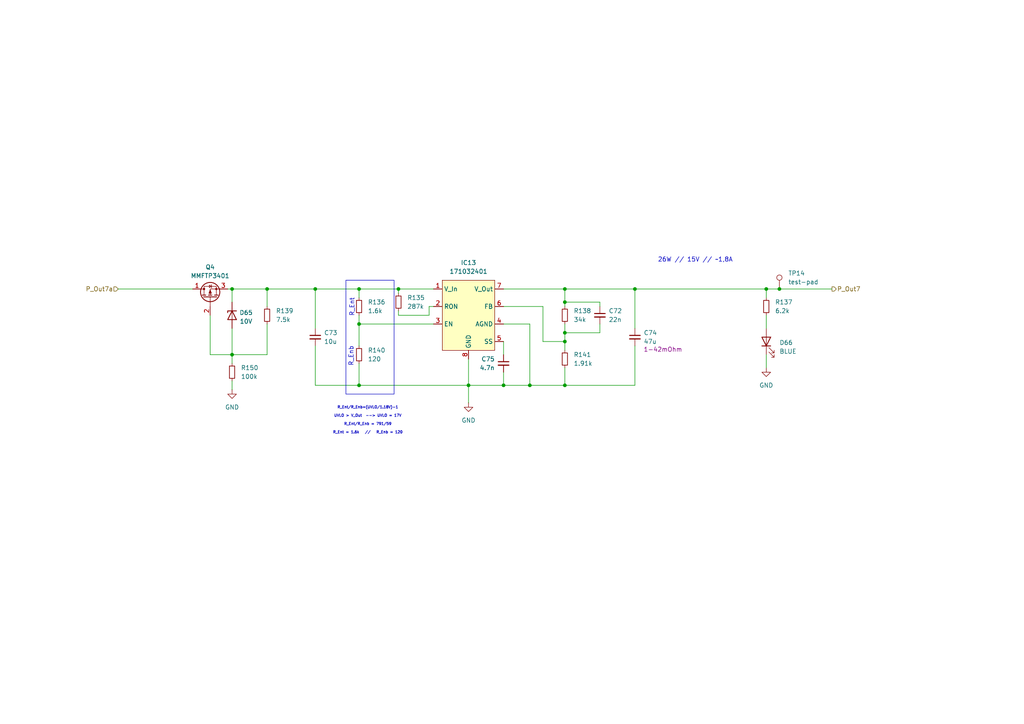
<source format=kicad_sch>
(kicad_sch (version 20231120) (generator "eeschema") (generator_version "8.0")
  (paper "A4")
  (title_block (title "PDU FT25") (date "2025-01-15") (rev "V1.2") (company "Janek Herm") (comment 1 "FaSTTUBe Electronics"))
  (lib_symbols
    (symbol "Connector:TestPoint" (pin_numbers hide) (pin_names (offset 0.762) hide)
      (property "Reference" "TP" (at 0 6.858 0))
      (property "Value" "TestPoint" (at 0 5.08 0))
      (symbol "TestPoint_0_1"
        (circle (center 0 3.302) (radius 0.762))
      )
      (symbol "TestPoint_1_1"
        (pin passive line (at 0 0 90) (length 2.54) (name "1") (number "1"))
      )
    )
    (symbol "Device:C_Small" (pin_numbers hide) (pin_names (offset 0.254) hide)
      (property "Reference" "C" (at 0.254 1.778 0))
      (property "Value" "C_Small" (at 0.254 -2.032 0))
      (symbol "C_Small_0_1"
        (polyline (pts (xy -1.524 -0.508) (xy 1.524 -0.508)) (stroke (width 0.3302)))
        (polyline (pts (xy -1.524 0.508) (xy 1.524 0.508)) (stroke (width 0.3048)))
      )
      (symbol "C_Small_1_1"
        (pin passive line (at 0 2.54 270) (length 2.032) (name "~") (number "1"))
        (pin passive line (at 0 -2.54 90) (length 2.032) (name "~") (number "2"))
      )
    )
    (symbol "Device:D_Zener" (pin_numbers hide) (pin_names (offset 1.016) hide)
      (property "Reference" "D" (at 0 2.54 0))
      (property "Value" "D_Zener" (at 0 -2.54 0))
      (symbol "D_Zener_0_1"
        (polyline (pts (xy 1.27 0) (xy -1.27 0)))
        (polyline (pts (xy -1.27 -1.27) (xy -1.27 1.27) (xy -0.762 1.27)) (stroke (width 0.254)))
        (polyline (pts (xy 1.27 -1.27) (xy 1.27 1.27) (xy -1.27 0) (xy 1.27 -1.27)) (stroke (width 0.254)))
      )
      (symbol "D_Zener_1_1"
        (pin passive line (at -3.81 0 0) (length 2.54) (name "K") (number "1"))
        (pin passive line (at 3.81 0 180) (length 2.54) (name "A") (number "2"))
      )
    )
    (symbol "Device:LED" (pin_numbers hide) (pin_names (offset 1.016) hide)
      (property "Reference" "D" (at 0 2.54 0))
      (property "Value" "LED" (at 0 -2.54 0))
      (symbol "LED_0_1"
        (polyline (pts (xy -1.27 -1.27) (xy -1.27 1.27)) (stroke (width 0.254)))
        (polyline (pts (xy -1.27 0) (xy 1.27 0)))
        (polyline (pts (xy 1.27 -1.27) (xy 1.27 1.27) (xy -1.27 0) (xy 1.27 -1.27)) (stroke (width 0.254)))
        (polyline (pts (xy -3.048 -0.762) (xy -4.572 -2.286) (xy -3.81 -2.286) (xy -4.572 -2.286) (xy -4.572 -1.524)))
        (polyline (pts (xy -1.778 -0.762) (xy -3.302 -2.286) (xy -2.54 -2.286) (xy -3.302 -2.286) (xy -3.302 -1.524)))
      )
      (symbol "LED_1_1"
        (pin passive line (at -3.81 0 0) (length 2.54) (name "K") (number "1"))
        (pin passive line (at 3.81 0 180) (length 2.54) (name "A") (number "2"))
      )
    )
    (symbol "Device:Q_PMOS_DGS" (pin_names (offset 0) hide)
      (property "Reference" "Q" (at 5.08 1.27 0))
      (property "Value" "Q_PMOS_DGS" (at 5.08 -1.27 0))
      (symbol "Q_PMOS_DGS_0_1"
        (polyline (pts (xy 0.254 0) (xy -2.54 0)))
        (polyline (pts (xy 0.254 1.905) (xy 0.254 -1.905)) (stroke (width 0.254)))
        (polyline (pts (xy 0.762 -1.27) (xy 0.762 -2.286)) (stroke (width 0.254)))
        (polyline (pts (xy 0.762 0.508) (xy 0.762 -0.508)) (stroke (width 0.254)))
        (polyline (pts (xy 0.762 2.286) (xy 0.762 1.27)) (stroke (width 0.254)))
        (polyline (pts (xy 2.54 2.54) (xy 2.54 1.778)))
        (polyline (pts (xy 2.54 -2.54) (xy 2.54 0) (xy 0.762 0)))
        (polyline (pts (xy 0.762 1.778) (xy 3.302 1.778) (xy 3.302 -1.778) (xy 0.762 -1.778)))
        (polyline (pts (xy 2.286 0) (xy 1.27 0.381) (xy 1.27 -0.381) (xy 2.286 0)) (fill (type outline)))
        (polyline (pts (xy 2.794 -0.508) (xy 2.921 -0.381) (xy 3.683 -0.381) (xy 3.81 -0.254)))
        (polyline (pts (xy 3.302 -0.381) (xy 2.921 0.254) (xy 3.683 0.254) (xy 3.302 -0.381)))
        (circle (center 1.651 0) (radius 2.794) (stroke (width 0.254)))
        (circle (center 2.54 -1.778) (radius 0.254) (fill (type outline)))
        (circle (center 2.54 1.778) (radius 0.254) (fill (type outline)))
      )
      (symbol "Q_PMOS_DGS_1_1"
        (pin passive line (at 2.54 5.08 270) (length 2.54) (name "D") (number "1"))
        (pin input line (at -5.08 0 0) (length 2.54) (name "G") (number "2"))
        (pin passive line (at 2.54 -5.08 90) (length 2.54) (name "S") (number "3"))
      )
    )
    (symbol "Device:R_Small" (pin_numbers hide) (pin_names (offset 0.254) hide)
      (property "Reference" "R" (at 0.762 0.508 0))
      (property "Value" "R_Small" (at 0.762 -1.016 0))
      (symbol "R_Small_0_1"
        (rectangle (start -0.762 1.778) (end 0.762 -1.778) (stroke (width 0.2032)))
      )
      (symbol "R_Small_1_1"
        (pin passive line (at 0 2.54 270) (length 0.762) (name "~") (number "1"))
        (pin passive line (at 0 -2.54 90) (length 0.762) (name "~") (number "2"))
      )
    )
    (symbol "FaSTTUBe_Voltage_Regulators:171032401"
      (property "Reference" "IC" (at 0.254 8.636 0))
      (property "Value" "171032401" (at 0.508 6.604 0))
      (symbol "171032401_1_1"
        (rectangle (start -7.62 5.08) (end 7.62 -15.24) (fill (type background)))
        (pin passive line (at -10.16 2.54 0) (length 2.54) (name "V_In") (number "1"))
        (pin passive line (at -10.16 -2.54 0) (length 2.54) (name "RON") (number "2"))
        (pin passive line (at -10.16 -7.62 0) (length 2.54) (name "EN") (number "3"))
        (pin power_in line (at 10.16 -7.62 180) (length 2.54) (name "AGND") (number "4"))
        (pin passive line (at 10.16 -12.7 180) (length 2.54) (name "SS") (number "5"))
        (pin passive line (at 10.16 -2.54 180) (length 2.54) (name "FB") (number "6"))
        (pin power_out line (at 10.16 2.54 180) (length 2.54) (name "V_Out") (number "7"))
        (pin power_in line (at 0 -17.78 90) (length 2.54) (name "GND") (number "8"))
      )
    )
    (symbol "power:GND" (power) (pin_numbers hide) (pin_names (offset 0) hide)
      (property "Value" "GND" (at 0 -3.81 0))
      (symbol "GND_0_1"
        (polyline (pts (xy 0 0) (xy 0 -1.27) (xy 1.27 -1.27) (xy 0 -2.54) (xy -1.27 -1.27) (xy 0 -1.27)))
      )
      (symbol "GND_1_1"
        (pin power_in line (at 0 0 270) (length 0) (name "~") (number "1"))
      )
    )
  )
  (junction (at 184.15 83.82))
  (junction (at 163.83 111.76))
  (junction (at 163.83 87.63))
  (junction (at 222.25 83.82))
  (junction (at 104.14 111.76))
  (junction (at 67.31 102.87))
  (junction (at 163.83 83.82))
  (junction (at 77.47 83.82))
  (junction (at 153.67 111.76))
  (junction (at 115.57 83.82))
  (junction (at 163.83 96.52))
  (junction (at 104.14 93.98))
  (junction (at 163.83 99.06))
  (junction (at 226.06 83.82))
  (junction (at 91.44 83.82))
  (junction (at 135.89 111.76))
  (junction (at 104.14 83.82))
  (junction (at 67.31 83.82))
  (junction (at 146.05 111.76))
  (wire (pts (xy 104.14 83.82) (xy 104.14 86.36)))
  (wire (pts (xy 146.05 88.9) (xy 157.48 88.9)))
  (wire (pts (xy 222.25 102.87) (xy 222.25 106.68)))
  (wire (pts (xy 77.47 83.82) (xy 77.47 88.9)))
  (wire (pts (xy 67.31 110.49) (xy 67.31 113.03)))
  (wire (pts (xy 104.14 93.98) (xy 125.73 93.98)))
  (wire (pts (xy 163.83 106.68) (xy 163.83 111.76)))
  (wire (pts (xy 146.05 111.76) (xy 135.89 111.76)))
  (wire (pts (xy 124.46 91.44) (xy 124.46 88.9)))
  (wire (pts (xy 184.15 100.33) (xy 184.15 111.76)))
  (wire (pts (xy 163.83 99.06) (xy 163.83 101.6)))
  (wire (pts (xy 91.44 111.76) (xy 104.14 111.76)))
  (wire (pts (xy 153.67 111.76) (xy 163.83 111.76)))
  (wire (pts (xy 115.57 91.44) (xy 124.46 91.44)))
  (wire (pts (xy 146.05 93.98) (xy 153.67 93.98)))
  (wire (pts (xy 104.14 111.76) (xy 135.89 111.76)))
  (wire (pts (xy 163.83 83.82) (xy 184.15 83.82)))
  (wire (pts (xy 153.67 93.98) (xy 153.67 111.76)))
  (wire (pts (xy 157.48 99.06) (xy 163.83 99.06)))
  (wire (pts (xy 163.83 96.52) (xy 163.83 99.06)))
  (wire (pts (xy 146.05 111.76) (xy 153.67 111.76)))
  (wire (pts (xy 222.25 83.82) (xy 226.06 83.82)))
  (wire (pts (xy 163.83 87.63) (xy 173.99 87.63)))
  (wire (pts (xy 222.25 91.44) (xy 222.25 95.25)))
  (wire (pts (xy 77.47 93.98) (xy 77.47 102.87)))
  (wire (pts (xy 67.31 102.87) (xy 67.31 105.41)))
  (wire (pts (xy 115.57 83.82) (xy 125.73 83.82)))
  (wire (pts (xy 135.89 111.76) (xy 135.89 116.84)))
  (wire (pts (xy 226.06 83.82) (xy 241.3 83.82)))
  (wire (pts (xy 66.04 83.82) (xy 67.31 83.82)))
  (wire (pts (xy 124.46 88.9) (xy 125.73 88.9)))
  (wire (pts (xy 146.05 99.06) (xy 146.05 102.87)))
  (wire (pts (xy 173.99 96.52) (xy 163.83 96.52)))
  (wire (pts (xy 34.29 83.82) (xy 55.88 83.82)))
  (wire (pts (xy 67.31 83.82) (xy 67.31 87.63)))
  (wire (pts (xy 146.05 107.95) (xy 146.05 111.76)))
  (wire (pts (xy 163.83 87.63) (xy 163.83 88.9)))
  (wire (pts (xy 104.14 105.41) (xy 104.14 111.76)))
  (wire (pts (xy 77.47 83.82) (xy 91.44 83.82)))
  (wire (pts (xy 104.14 91.44) (xy 104.14 93.98)))
  (wire (pts (xy 67.31 83.82) (xy 77.47 83.82)))
  (wire (pts (xy 67.31 95.25) (xy 67.31 102.87)))
  (wire (pts (xy 115.57 83.82) (xy 115.57 85.09)))
  (wire (pts (xy 222.25 83.82) (xy 222.25 86.36)))
  (wire (pts (xy 184.15 83.82) (xy 222.25 83.82)))
  (wire (pts (xy 104.14 83.82) (xy 115.57 83.82)))
  (wire (pts (xy 163.83 93.98) (xy 163.83 96.52)))
  (wire (pts (xy 163.83 111.76) (xy 184.15 111.76)))
  (wire (pts (xy 173.99 93.98) (xy 173.99 96.52)))
  (wire (pts (xy 60.96 102.87) (xy 67.31 102.87)))
  (wire (pts (xy 173.99 87.63) (xy 173.99 88.9)))
  (wire (pts (xy 91.44 83.82) (xy 104.14 83.82)))
  (wire (pts (xy 135.89 104.14) (xy 135.89 111.76)))
  (wire (pts (xy 184.15 83.82) (xy 184.15 95.25)))
  (wire (pts (xy 115.57 91.44) (xy 115.57 90.17)))
  (wire (pts (xy 60.96 91.44) (xy 60.96 102.87)))
  (wire (pts (xy 91.44 100.33) (xy 91.44 111.76)))
  (wire (pts (xy 104.14 93.98) (xy 104.14 100.33)))
  (wire (pts (xy 91.44 83.82) (xy 91.44 95.25)))
  (wire (pts (xy 157.48 88.9) (xy 157.48 99.06)))
  (wire (pts (xy 163.83 83.82) (xy 163.83 87.63)))
  (wire (pts (xy 146.05 83.82) (xy 163.83 83.82)))
  (wire (pts (xy 77.47 102.87) (xy 67.31 102.87)))
  (rectangle (start 100.33 81.28) (end 114.3 114.3))
  (text "R_Ent" (at 102.108 89.154 90) (effects (font (size 1.27 1.27))))
  (text "R_Ent/R_Enb=(UVLO/1.18V)-1\n\nUVLO > V_Out  --> UVLO = 17V\n\nR_Ent/R_Enb = 791/59\n\nR_Ent = 1.6k   //   R_Enb = 120" (at 106.68 117.856 0) (effects (font (size 0.75 0.75)) (justify top)))
  (text "26W // 15V // ~1,8A" (at 201.676 75.438 0) (effects (font (size 1.27 1.27))))
  (text "R_Enb" (at 101.854 103.378 90) (effects (font (size 1.27 1.27))))
  (hierarchical_label "P_Out7" (shape output) (at 241.3 83.82 0))
  (hierarchical_label "P_Out7a" (shape input) (at 34.29 83.82 180))
  (symbol (lib_id "Device:R_Small") (at 163.83 104.14 0) (unit 1)
    (property "Reference" "R141" (at 166.37 102.8699 0) (effects (justify left)))
    (property "Value" "1.91k" (at 166.37 105.4099 0) (effects (justify left)))
    (property "Footprint" "Resistor_SMD:R_0805_2012Metric" (effects (hide yes)))
    (property "Description" "Resistor, small symbol" (effects (hide yes)))
  )
  (symbol (lib_id "FaSTTUBe_Voltage_Regulators:171032401") (at 135.89 86.36 0) (unit 1)
    (property "Reference" "IC13" (at 135.89 76.2 0))
    (property "Value" "171032401" (at 135.89 78.74 0))
    (property "Footprint" "171032401:171032401" (effects (hide yes)))
    (property "Datasheet" "https://www.we-online.com/components/products/datasheet/171032401.pdf" (effects (hide yes)))
  )
  (symbol (lib_id "Device:C_Small") (at 91.44 97.79 0) (unit 1)
    (property "Reference" "C73" (at 93.98 96.5262 0) (effects (justify left)))
    (property "Value" "10u" (at 93.98 99.0662 0) (effects (justify left)))
    (property "Footprint" "Capacitor_SMD:C_1206_3216Metric" (effects (hide yes)))
    (property "Description" "Unpolarized capacitor, small symbol" (effects (hide yes)))
  )
  (symbol (lib_id "Device:R_Small") (at 77.47 91.44 0) (unit 1)
    (property "Reference" "R139" (at 80.01 90.1699 0) (effects (justify left)))
    (property "Value" "7.5k" (at 80.01 92.7099 0) (effects (justify left)))
    (property "Footprint" "Resistor_SMD:R_0603_1608Metric" (effects (hide yes)))
    (property "Description" "Resistor, small symbol" (effects (hide yes)))
  )
  (symbol (lib_id "power:GND") (at 222.25 106.68 0) (unit 1)
    (property "Reference" "#PWR0192" (effects (hide yes)))
    (property "Value" "GND" (at 222.25 111.76 0))
    (property "Description" "Power symbol creates a global label with name \"GND\" , ground" (effects (hide yes)))
  )
  (symbol (lib_id "Device:LED") (at 222.25 99.06 90) (unit 1)
    (property "Reference" "D66" (at 226.06 99.3774 90) (effects (justify right)))
    (property "Value" "BLUE" (at 226.06 101.9174 90) (effects (justify right)))
    (property "Footprint" "LED_SMD:LED_0603_1608Metric" (effects (hide yes)))
    (property "Datasheet" "https://www.we-online.com/components/products/datasheet/150060BS75000.pdf" (effects (hide yes)))
    (property "Description" "Light emitting diode" (effects (hide yes)))
    (property "MPR" "150060BS75000" (effects (hide yes)))
  )
  (symbol (lib_id "power:GND") (at 135.89 116.84 0) (unit 1)
    (property "Reference" "#PWR0194" (effects (hide yes)))
    (property "Value" "GND" (at 135.89 121.92 0))
    (property "Description" "Power symbol creates a global label with name \"GND\" , ground" (effects (hide yes)))
  )
  (symbol (lib_id "Device:R_Small") (at 104.14 88.9 0) (unit 1)
    (property "Reference" "R136" (at 106.68 87.6299 0) (effects (justify left)))
    (property "Value" "1.6k" (at 106.68 90.1699 0) (effects (justify left)))
    (property "Footprint" "Resistor_SMD:R_0805_2012Metric" (effects (hide yes)))
    (property "Description" "Resistor, small symbol" (effects (hide yes)))
  )
  (symbol (lib_id "Device:R_Small") (at 222.25 88.9 0) (unit 1)
    (property "Reference" "R137" (at 224.79 87.6299 0) (effects (justify left)))
    (property "Value" "6.2k" (at 224.79 90.1699 0) (effects (justify left)))
    (property "Footprint" "Resistor_SMD:R_0603_1608Metric" (effects (hide yes)))
    (property "Description" "Resistor, small symbol" (effects (hide yes)))
  )
  (symbol (lib_id "Device:C_Small") (at 184.15 97.79 0) (unit 1)
    (property "Reference" "C74" (at 186.69 96.5262 0) (effects (justify left)))
    (property "Value" "47u" (at 186.69 99.0662 0) (effects (justify left)))
    (property "Footprint" "Capacitor_SMD:C_1206_3216Metric" (effects (hide yes)))
    (property "Description" "Unpolarized capacitor, small symbol" (effects (hide yes)))
    (property "Resistance" "1-42mOhm" (at 192.278 101.346 0))
  )
  (symbol (lib_id "Device:R_Small") (at 104.14 102.87 0) (unit 1)
    (property "Reference" "R140" (at 106.68 101.5999 0) (effects (justify left)))
    (property "Value" "120" (at 106.68 104.1399 0) (effects (justify left)))
    (property "Footprint" "Resistor_SMD:R_0805_2012Metric" (effects (hide yes)))
    (property "Description" "Resistor, small symbol" (effects (hide yes)))
  )
  (symbol (lib_id "Device:C_Small") (at 173.99 91.44 0) (unit 1)
    (property "Reference" "C72" (at 176.53 90.1762 0) (effects (justify left)))
    (property "Value" "22n" (at 176.53 92.7162 0) (effects (justify left)))
    (property "Footprint" "Capacitor_SMD:C_0805_2012Metric" (effects (hide yes)))
    (property "Description" "Unpolarized capacitor, small symbol" (effects (hide yes)))
  )
  (symbol (lib_id "Device:R_Small") (at 67.31 107.95 0) (unit 1)
    (property "Reference" "R150" (at 69.85 106.6799 0) (effects (justify left)))
    (property "Value" "100k" (at 69.85 109.2199 0) (effects (justify left)))
    (property "Footprint" "Resistor_SMD:R_0603_1608Metric" (effects (hide yes)))
    (property "Description" "Resistor, small symbol" (effects (hide yes)))
  )
  (symbol (lib_id "Device:R_Small") (at 163.83 91.44 0) (unit 1)
    (property "Reference" "R138" (at 166.37 90.1699 0) (effects (justify left)))
    (property "Value" "34k" (at 166.37 92.7099 0) (effects (justify left)))
    (property "Footprint" "Resistor_SMD:R_0805_2012Metric" (effects (hide yes)))
    (property "Description" "Resistor, small symbol" (effects (hide yes)))
  )
  (symbol (lib_id "Device:Q_PMOS_DGS") (at 60.96 86.36 90) (unit 1)
    (property "Reference" "Q4" (at 60.96 77.47 90))
    (property "Value" "MMFTP3401" (at 60.96 80.01 90))
    (property "Footprint" "FaSTTUBe_Switches:SOT-23_GSD" (effects (hide yes)))
    (property "Datasheet" "https://diotec.com/request/datasheet/mmftp3401.pdf" (effects (hide yes)))
    (property "Description" "P-MOSFET transistor, drain/gate/source" (effects (hide yes)))
    (property "Sim.Device" "PMOS" (effects (hide yes)))
    (property "Sim.Type" "VDMOS" (effects (hide yes)))
    (property "Sim.Pins" "1=D 2=G 3=S" (effects (hide yes)))
  )
  (symbol (lib_id "Device:C_Small") (at 146.05 105.41 0) (mirror y) (unit 1)
    (property "Reference" "C75" (at 143.51 104.1462 0) (effects (justify left)))
    (property "Value" "4.7n" (at 143.51 106.6862 0) (effects (justify left)))
    (property "Footprint" "Capacitor_SMD:C_0805_2012Metric" (effects (hide yes)))
    (property "Description" "Unpolarized capacitor, small symbol" (effects (hide yes)))
  )
  (symbol (lib_id "Device:D_Zener") (at 67.31 91.44 90) (mirror x) (unit 1)
    (property "Reference" "D65" (at 71.374 90.678 90))
    (property "Value" "10V" (at 71.374 93.218 90))
    (property "Footprint" "3SMAJ5934B-TP:DIOM5226X244N" (effects (hide yes)))
    (property "Datasheet" "https://www.mouser.de/datasheet/2/258/3SMAJ5918B_3SMAJ5956B_SMA_-3423242.pdf" (effects (hide yes)))
    (property "Description" "Zener diode" (effects (hide yes)))
    (property "MPR" "3SMAJ5925B" (effects (hide yes)))
  )
  (symbol (lib_id "Connector:TestPoint") (at 226.06 83.82 0) (unit 1)
    (property "Reference" "TP14" (at 228.6 79.2479 0) (effects (justify left)))
    (property "Value" "test-pad" (at 228.6 81.7879 0) (effects (justify left)))
    (property "Footprint" "5025:5025" (effects (hide yes)))
    (property "Description" "test point" (effects (hide yes)))
  )
  (symbol (lib_id "power:GND") (at 67.31 113.03 0) (unit 1)
    (property "Reference" "#PWR0193" (effects (hide yes)))
    (property "Value" "GND" (at 67.31 118.11 0))
    (property "Description" "Power symbol creates a global label with name \"GND\" , ground" (effects (hide yes)))
  )
  (symbol (lib_id "Device:R_Small") (at 115.57 87.63 0) (unit 1)
    (property "Reference" "R135" (at 118.11 86.3599 0) (effects (justify left)))
    (property "Value" "287k" (at 118.11 88.8999 0) (effects (justify left)))
    (property "Footprint" "Resistor_SMD:R_0805_2012Metric" (effects (hide yes)))
    (property "Description" "Resistor, small symbol" (effects (hide yes)))
  )
)
</source>
